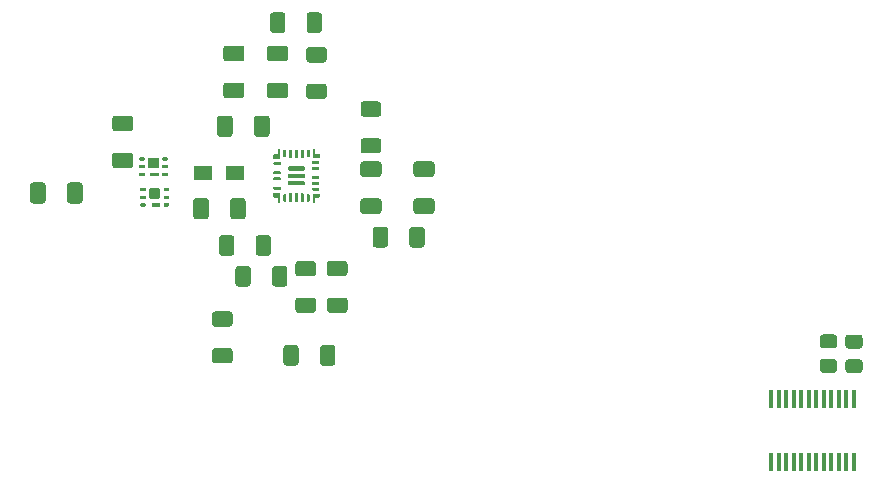
<source format=gbr>
%TF.GenerationSoftware,KiCad,Pcbnew,(5.1.9)-1*%
%TF.CreationDate,2021-03-22T02:41:59-07:00*%
%TF.ProjectId,CapstoneBoard,43617073-746f-46e6-9542-6f6172642e6b,3*%
%TF.SameCoordinates,PX4c4b400PY6bc3e40*%
%TF.FileFunction,Paste,Top*%
%TF.FilePolarity,Positive*%
%FSLAX46Y46*%
G04 Gerber Fmt 4.6, Leading zero omitted, Abs format (unit mm)*
G04 Created by KiCad (PCBNEW (5.1.9)-1) date 2021-03-22 02:41:59*
%MOMM*%
%LPD*%
G01*
G04 APERTURE LIST*
%ADD10R,0.410000X1.600000*%
%ADD11C,0.100000*%
%ADD12R,1.500000X1.200000*%
G04 APERTURE END LIST*
D10*
%TO.C,U2*%
X74800500Y14308300D03*
X74165500Y14308300D03*
X74800500Y8999700D03*
X74165500Y8999700D03*
X72895500Y14308300D03*
X73530500Y14308300D03*
X73530500Y8999700D03*
X72895500Y8999700D03*
X70355500Y8999700D03*
X70990500Y8999700D03*
X71625500Y8999700D03*
X72260500Y8999700D03*
X75435500Y8999700D03*
X76070500Y8999700D03*
X76705500Y8999700D03*
X77340500Y8999700D03*
X77340500Y14308300D03*
X76705500Y14308300D03*
X76070500Y14308300D03*
X75435500Y14308300D03*
X72260500Y14308300D03*
X71625500Y14308300D03*
X70990500Y14308300D03*
X70355500Y14308300D03*
%TD*%
%TO.C,U1*%
G36*
G01*
X28828000Y34153000D02*
X28253000Y34153000D01*
G75*
G02*
X28203000Y34203000I0J50000D01*
G01*
X28203000Y34353000D01*
G75*
G02*
X28253000Y34403000I50000J0D01*
G01*
X28828000Y34403000D01*
G75*
G02*
X28878000Y34353000I0J-50000D01*
G01*
X28878000Y34203000D01*
G75*
G02*
X28828000Y34153000I-50000J0D01*
G01*
G37*
G36*
G01*
X28765500Y33353000D02*
X28240500Y33353000D01*
G75*
G02*
X28190500Y33403000I0J50000D01*
G01*
X28190500Y33553000D01*
G75*
G02*
X28240500Y33603000I50000J0D01*
G01*
X28765500Y33603000D01*
G75*
G02*
X28815500Y33553000I0J-50000D01*
G01*
X28815500Y33403000D01*
G75*
G02*
X28765500Y33353000I-50000J0D01*
G01*
G37*
G36*
G01*
X31228000Y34828000D02*
X31078000Y34828000D01*
G75*
G02*
X31028000Y34878000I0J50000D01*
G01*
X31028000Y35378000D01*
G75*
G02*
X31078000Y35428000I50000J0D01*
G01*
X31228000Y35428000D01*
G75*
G02*
X31278000Y35378000I0J-50000D01*
G01*
X31278000Y34878000D01*
G75*
G02*
X31228000Y34828000I-50000J0D01*
G01*
G37*
G36*
G01*
X30728000Y34703000D02*
X30578000Y34703000D01*
G75*
G02*
X30528000Y34753000I0J50000D01*
G01*
X30528000Y35378000D01*
G75*
G02*
X30578000Y35428000I50000J0D01*
G01*
X30728000Y35428000D01*
G75*
G02*
X30778000Y35378000I0J-50000D01*
G01*
X30778000Y34753000D01*
G75*
G02*
X30728000Y34703000I-50000J0D01*
G01*
G37*
G36*
G01*
X28765500Y32853000D02*
X28240500Y32853000D01*
G75*
G02*
X28190500Y32903000I0J50000D01*
G01*
X28190500Y33053000D01*
G75*
G02*
X28240500Y33103000I50000J0D01*
G01*
X28765500Y33103000D01*
G75*
G02*
X28815500Y33053000I0J-50000D01*
G01*
X28815500Y32903000D01*
G75*
G02*
X28765500Y32853000I-50000J0D01*
G01*
G37*
G36*
G01*
X28828000Y32053000D02*
X28253000Y32053000D01*
G75*
G02*
X28203000Y32103000I0J50000D01*
G01*
X28203000Y32253000D01*
G75*
G02*
X28253000Y32303000I50000J0D01*
G01*
X28828000Y32303000D01*
G75*
G02*
X28878000Y32253000I0J-50000D01*
G01*
X28878000Y32103000D01*
G75*
G02*
X28828000Y32053000I-50000J0D01*
G01*
G37*
G36*
G01*
X30790500Y33040500D02*
X29515500Y33040500D01*
G75*
G02*
X29440500Y33115500I0J75000D01*
G01*
X29440500Y33340500D01*
G75*
G02*
X29515500Y33415500I75000J0D01*
G01*
X30790500Y33415500D01*
G75*
G02*
X30865500Y33340500I0J-75000D01*
G01*
X30865500Y33115500D01*
G75*
G02*
X30790500Y33040500I-75000J0D01*
G01*
G37*
G36*
G01*
X30790500Y32415500D02*
X29515500Y32415500D01*
G75*
G02*
X29440500Y32490500I0J75000D01*
G01*
X29440500Y32715500D01*
G75*
G02*
X29515500Y32790500I75000J0D01*
G01*
X30790500Y32790500D01*
G75*
G02*
X30865500Y32715500I0J-75000D01*
G01*
X30865500Y32490500D01*
G75*
G02*
X30790500Y32415500I-75000J0D01*
G01*
G37*
G36*
G01*
X30790500Y33665500D02*
X29515500Y33665500D01*
G75*
G02*
X29440500Y33740500I0J75000D01*
G01*
X29440500Y33965500D01*
G75*
G02*
X29515500Y34040500I75000J0D01*
G01*
X30790500Y34040500D01*
G75*
G02*
X30865500Y33965500I0J-75000D01*
G01*
X30865500Y33740500D01*
G75*
G02*
X30790500Y33665500I-75000J0D01*
G01*
G37*
G36*
G01*
X30228000Y34703000D02*
X30078000Y34703000D01*
G75*
G02*
X30028000Y34753000I0J50000D01*
G01*
X30028000Y35378000D01*
G75*
G02*
X30078000Y35428000I50000J0D01*
G01*
X30228000Y35428000D01*
G75*
G02*
X30278000Y35378000I0J-50000D01*
G01*
X30278000Y34753000D01*
G75*
G02*
X30228000Y34703000I-50000J0D01*
G01*
G37*
G36*
G01*
X29728000Y34703000D02*
X29578000Y34703000D01*
G75*
G02*
X29528000Y34753000I0J50000D01*
G01*
X29528000Y35378000D01*
G75*
G02*
X29578000Y35428000I50000J0D01*
G01*
X29728000Y35428000D01*
G75*
G02*
X29778000Y35378000I0J-50000D01*
G01*
X29778000Y34753000D01*
G75*
G02*
X29728000Y34703000I-50000J0D01*
G01*
G37*
G36*
G01*
X29228000Y34828000D02*
X29078000Y34828000D01*
G75*
G02*
X29028000Y34878000I0J50000D01*
G01*
X29028000Y35378000D01*
G75*
G02*
X29078000Y35428000I50000J0D01*
G01*
X29228000Y35428000D01*
G75*
G02*
X29278000Y35378000I0J-50000D01*
G01*
X29278000Y34878000D01*
G75*
G02*
X29228000Y34828000I-50000J0D01*
G01*
G37*
G36*
G01*
X29228000Y31053000D02*
X29078000Y31053000D01*
G75*
G02*
X29028000Y31103000I0J50000D01*
G01*
X29028000Y31603000D01*
G75*
G02*
X29078000Y31653000I50000J0D01*
G01*
X29228000Y31653000D01*
G75*
G02*
X29278000Y31603000I0J-50000D01*
G01*
X29278000Y31103000D01*
G75*
G02*
X29228000Y31053000I-50000J0D01*
G01*
G37*
G36*
G01*
X29728000Y31028000D02*
X29578000Y31028000D01*
G75*
G02*
X29528000Y31078000I0J50000D01*
G01*
X29528000Y31703000D01*
G75*
G02*
X29578000Y31753000I50000J0D01*
G01*
X29728000Y31753000D01*
G75*
G02*
X29778000Y31703000I0J-50000D01*
G01*
X29778000Y31078000D01*
G75*
G02*
X29728000Y31028000I-50000J0D01*
G01*
G37*
G36*
G01*
X30228000Y31028000D02*
X30078000Y31028000D01*
G75*
G02*
X30028000Y31078000I0J50000D01*
G01*
X30028000Y31703000D01*
G75*
G02*
X30078000Y31753000I50000J0D01*
G01*
X30228000Y31753000D01*
G75*
G02*
X30278000Y31703000I0J-50000D01*
G01*
X30278000Y31078000D01*
G75*
G02*
X30228000Y31028000I-50000J0D01*
G01*
G37*
G36*
G01*
X30728000Y31028000D02*
X30578000Y31028000D01*
G75*
G02*
X30528000Y31078000I0J50000D01*
G01*
X30528000Y31703000D01*
G75*
G02*
X30578000Y31753000I50000J0D01*
G01*
X30728000Y31753000D01*
G75*
G02*
X30778000Y31703000I0J-50000D01*
G01*
X30778000Y31078000D01*
G75*
G02*
X30728000Y31028000I-50000J0D01*
G01*
G37*
G36*
G01*
X31228000Y31053000D02*
X31078000Y31053000D01*
G75*
G02*
X31028000Y31103000I0J50000D01*
G01*
X31028000Y31603000D01*
G75*
G02*
X31078000Y31653000I50000J0D01*
G01*
X31228000Y31653000D01*
G75*
G02*
X31278000Y31603000I0J-50000D01*
G01*
X31278000Y31103000D01*
G75*
G02*
X31228000Y31053000I-50000J0D01*
G01*
G37*
G36*
G01*
X32053000Y32978000D02*
X31528000Y32978000D01*
G75*
G02*
X31478000Y33028000I0J50000D01*
G01*
X31478000Y33178000D01*
G75*
G02*
X31528000Y33228000I50000J0D01*
G01*
X32053000Y33228000D01*
G75*
G02*
X32103000Y33178000I0J-50000D01*
G01*
X32103000Y33028000D01*
G75*
G02*
X32053000Y32978000I-50000J0D01*
G01*
G37*
G36*
G01*
X32053000Y32478000D02*
X31528000Y32478000D01*
G75*
G02*
X31478000Y32528000I0J50000D01*
G01*
X31478000Y32678000D01*
G75*
G02*
X31528000Y32728000I50000J0D01*
G01*
X32053000Y32728000D01*
G75*
G02*
X32103000Y32678000I0J-50000D01*
G01*
X32103000Y32528000D01*
G75*
G02*
X32053000Y32478000I-50000J0D01*
G01*
G37*
G36*
G01*
X32053000Y31978000D02*
X31528000Y31978000D01*
G75*
G02*
X31478000Y32028000I0J50000D01*
G01*
X31478000Y32178000D01*
G75*
G02*
X31528000Y32228000I50000J0D01*
G01*
X32053000Y32228000D01*
G75*
G02*
X32103000Y32178000I0J-50000D01*
G01*
X32103000Y32028000D01*
G75*
G02*
X32053000Y31978000I-50000J0D01*
G01*
G37*
G36*
G01*
X32053000Y33728000D02*
X31528000Y33728000D01*
G75*
G02*
X31478000Y33778000I0J50000D01*
G01*
X31478000Y33928000D01*
G75*
G02*
X31528000Y33978000I50000J0D01*
G01*
X32053000Y33978000D01*
G75*
G02*
X32103000Y33928000I0J-50000D01*
G01*
X32103000Y33778000D01*
G75*
G02*
X32053000Y33728000I-50000J0D01*
G01*
G37*
G36*
G01*
X32053000Y34228000D02*
X31528000Y34228000D01*
G75*
G02*
X31478000Y34278000I0J50000D01*
G01*
X31478000Y34428000D01*
G75*
G02*
X31528000Y34478000I50000J0D01*
G01*
X32053000Y34478000D01*
G75*
G02*
X32103000Y34428000I0J-50000D01*
G01*
X32103000Y34278000D01*
G75*
G02*
X32053000Y34228000I-50000J0D01*
G01*
G37*
D11*
G36*
X28198007Y31753180D02*
G01*
X28198007Y31753244D01*
X28198246Y31758123D01*
X28198249Y31758193D01*
X28198280Y31758469D01*
X28198294Y31758608D01*
X28198303Y31758669D01*
X28198304Y31758678D01*
X28198305Y31758683D01*
X28199006Y31763440D01*
X28199017Y31763510D01*
X28199073Y31763774D01*
X28199102Y31763921D01*
X28199115Y31763975D01*
X28199118Y31763987D01*
X28199120Y31763994D01*
X28200280Y31768645D01*
X28200283Y31768660D01*
X28200286Y31768672D01*
X28200300Y31768729D01*
X28200371Y31768952D01*
X28200424Y31769128D01*
X28202063Y31773730D01*
X28202086Y31773796D01*
X28202179Y31774012D01*
X28202249Y31774182D01*
X28204329Y31778602D01*
X28204359Y31778665D01*
X28204465Y31778858D01*
X28204558Y31779033D01*
X28207059Y31783229D01*
X28207095Y31783289D01*
X28207233Y31783490D01*
X28207330Y31783636D01*
X28210228Y31787568D01*
X28210270Y31787624D01*
X28210430Y31787815D01*
X28210538Y31787947D01*
X28213807Y31791577D01*
X28213853Y31791629D01*
X28214011Y31791783D01*
X28214150Y31791923D01*
X28217757Y31795217D01*
X28217809Y31795264D01*
X28217985Y31795405D01*
X28218134Y31795529D01*
X28222046Y31798455D01*
X28222102Y31798497D01*
X28222304Y31798629D01*
X28222450Y31798727D01*
X28226628Y31801259D01*
X28226688Y31801295D01*
X28226908Y31801410D01*
X28227058Y31801491D01*
X28231463Y31803602D01*
X28231527Y31803632D01*
X28231757Y31803725D01*
X28231914Y31803791D01*
X28236505Y31805463D01*
X28236571Y31805487D01*
X28236807Y31805556D01*
X28236971Y31805607D01*
X28241703Y31806822D01*
X28241771Y31806839D01*
X28241931Y31806869D01*
X28242181Y31806920D01*
X28247009Y31807667D01*
X28247078Y31807678D01*
X28247293Y31807697D01*
X28247495Y31807718D01*
X28252372Y31807991D01*
X28252442Y31807995D01*
X28252543Y31807994D01*
X28252637Y31807999D01*
X28252986Y31808000D01*
X28728070Y31808000D01*
X28728158Y31807994D01*
X28728244Y31807994D01*
X28733124Y31807755D01*
X28733194Y31807752D01*
X28733464Y31807721D01*
X28733609Y31807707D01*
X28738442Y31806994D01*
X28738511Y31806984D01*
X28738751Y31806933D01*
X28738922Y31806899D01*
X28743662Y31805717D01*
X28743730Y31805700D01*
X28743961Y31805627D01*
X28744130Y31805576D01*
X28748732Y31803937D01*
X28748797Y31803914D01*
X28749021Y31803818D01*
X28749183Y31803751D01*
X28753603Y31801671D01*
X28753666Y31801641D01*
X28753863Y31801533D01*
X28754034Y31801442D01*
X28758230Y31798941D01*
X28758290Y31798905D01*
X28758483Y31798773D01*
X28758638Y31798670D01*
X28762569Y31795771D01*
X28762625Y31795730D01*
X28762843Y31795547D01*
X28762946Y31795463D01*
X28762987Y31795426D01*
X28762999Y31795416D01*
X28763005Y31795410D01*
X28766577Y31792195D01*
X28766629Y31792149D01*
X28766800Y31791974D01*
X28766925Y31791850D01*
X28770219Y31788242D01*
X28770266Y31788191D01*
X28770421Y31787997D01*
X28770530Y31787866D01*
X28773456Y31783955D01*
X28773497Y31783899D01*
X28773610Y31783726D01*
X28773729Y31783549D01*
X28776259Y31779370D01*
X28776295Y31779311D01*
X28776398Y31779113D01*
X28776491Y31778942D01*
X28778602Y31774537D01*
X28778632Y31774474D01*
X28778728Y31774236D01*
X28778791Y31774086D01*
X28778812Y31774030D01*
X28778815Y31774021D01*
X28778816Y31774016D01*
X28780459Y31769502D01*
X28780462Y31769496D01*
X28780464Y31769489D01*
X28780486Y31769429D01*
X28780546Y31769224D01*
X28780607Y31769029D01*
X28781822Y31764298D01*
X28781839Y31764230D01*
X28781882Y31764005D01*
X28781920Y31763818D01*
X28782666Y31758995D01*
X28782667Y31758992D01*
X28782667Y31758989D01*
X28782678Y31758921D01*
X28782700Y31758675D01*
X28782718Y31758506D01*
X28782991Y31753628D01*
X28782995Y31753559D01*
X28782994Y31753457D01*
X28782999Y31753363D01*
X28783000Y31753014D01*
X28783000Y31015430D01*
X28782994Y31015336D01*
X28782994Y31015256D01*
X28782755Y31010376D01*
X28782752Y31010306D01*
X28782721Y31010036D01*
X28782707Y31009891D01*
X28782698Y31009827D01*
X28782697Y31009822D01*
X28782696Y31009819D01*
X28781994Y31005060D01*
X28781994Y31005057D01*
X28781993Y31005054D01*
X28781984Y31004989D01*
X28781929Y31004729D01*
X28781899Y31004578D01*
X28781886Y31004524D01*
X28781883Y31004512D01*
X28781881Y31004505D01*
X28780717Y30999838D01*
X28780700Y30999770D01*
X28780626Y30999535D01*
X28780576Y30999370D01*
X28778937Y30994768D01*
X28778914Y30994703D01*
X28778815Y30994473D01*
X28778751Y30994317D01*
X28776671Y30989897D01*
X28776641Y30989834D01*
X28776521Y30989615D01*
X28776442Y30989466D01*
X28773941Y30985270D01*
X28773905Y30985210D01*
X28773764Y30985004D01*
X28773670Y30984862D01*
X28770771Y30980931D01*
X28770730Y30980875D01*
X28770547Y30980657D01*
X28770463Y30980554D01*
X28770426Y30980513D01*
X28770416Y30980501D01*
X28770410Y30980495D01*
X28767195Y30976923D01*
X28767149Y30976871D01*
X28766956Y30976682D01*
X28766850Y30976575D01*
X28763242Y30973281D01*
X28763191Y30973234D01*
X28762988Y30973071D01*
X28762866Y30972970D01*
X28758955Y30970044D01*
X28758899Y30970003D01*
X28758693Y30969868D01*
X28758549Y30969771D01*
X28754371Y30967242D01*
X28754369Y30967240D01*
X28754311Y30967205D01*
X28754113Y30967102D01*
X28753942Y30967009D01*
X28749537Y30964898D01*
X28749474Y30964868D01*
X28749236Y30964772D01*
X28749086Y30964709D01*
X28744495Y30963038D01*
X28744494Y30963038D01*
X28744489Y30963036D01*
X28744429Y30963014D01*
X28744195Y30962945D01*
X28744029Y30962893D01*
X28739298Y30961678D01*
X28739230Y30961661D01*
X28738988Y30961615D01*
X28738818Y30961580D01*
X28733991Y30960833D01*
X28733921Y30960822D01*
X28733667Y30960799D01*
X28733506Y30960782D01*
X28728628Y30960509D01*
X28728559Y30960505D01*
X28728457Y30960506D01*
X28728363Y30960501D01*
X28728014Y30960500D01*
X28602930Y30960500D01*
X28602836Y30960506D01*
X28602755Y30960506D01*
X28597876Y30960745D01*
X28597806Y30960748D01*
X28597530Y30960779D01*
X28597391Y30960793D01*
X28592559Y30961505D01*
X28592489Y30961516D01*
X28592225Y30961572D01*
X28592078Y30961601D01*
X28587338Y30962783D01*
X28587270Y30962799D01*
X28586970Y30962894D01*
X28586870Y30962924D01*
X28582269Y30964563D01*
X28582203Y30964586D01*
X28581976Y30964683D01*
X28581817Y30964749D01*
X28577397Y30966829D01*
X28577334Y30966859D01*
X28577127Y30966973D01*
X28576966Y30967058D01*
X28572770Y30969559D01*
X28572710Y30969595D01*
X28572517Y30969727D01*
X28572362Y30969830D01*
X28568432Y30972729D01*
X28568375Y30972770D01*
X28568166Y30972946D01*
X28568054Y30973037D01*
X28564423Y30976305D01*
X28564371Y30976351D01*
X28564198Y30976528D01*
X28564075Y30976650D01*
X28560782Y30980257D01*
X28560735Y30980309D01*
X28560599Y30980478D01*
X28560470Y30980634D01*
X28557545Y30984544D01*
X28557503Y30984600D01*
X28557362Y30984816D01*
X28557271Y30984951D01*
X28554741Y30989129D01*
X28554705Y30989189D01*
X28554602Y30989387D01*
X28554509Y30989558D01*
X28552398Y30993963D01*
X28552368Y30994027D01*
X28552270Y30994269D01*
X28552209Y30994414D01*
X28552188Y30994471D01*
X28552185Y30994479D01*
X28552184Y30994484D01*
X28550537Y30999005D01*
X28550513Y30999071D01*
X28550441Y30999317D01*
X28550393Y30999471D01*
X28549178Y31004203D01*
X28549161Y31004271D01*
X28549122Y31004474D01*
X28549080Y31004681D01*
X28548333Y31009509D01*
X28548322Y31009578D01*
X28548298Y31009839D01*
X28548282Y31009995D01*
X28548278Y31010060D01*
X28548278Y31010066D01*
X28548009Y31014872D01*
X28548005Y31014942D01*
X28548006Y31015043D01*
X28548001Y31015137D01*
X28548000Y31015486D01*
X28548000Y31398000D01*
X28252930Y31398000D01*
X28252836Y31398006D01*
X28252757Y31398006D01*
X28247878Y31398245D01*
X28247808Y31398248D01*
X28247495Y31398283D01*
X28247393Y31398293D01*
X28242561Y31399005D01*
X28242491Y31399016D01*
X28242227Y31399072D01*
X28242080Y31399101D01*
X28237356Y31400279D01*
X28237341Y31400282D01*
X28237329Y31400285D01*
X28237272Y31400299D01*
X28237039Y31400373D01*
X28236873Y31400423D01*
X28232271Y31402062D01*
X28232205Y31402085D01*
X28231979Y31402182D01*
X28231819Y31402248D01*
X28227399Y31404328D01*
X28227336Y31404358D01*
X28227121Y31404476D01*
X28226967Y31404558D01*
X28222772Y31407059D01*
X28222711Y31407095D01*
X28222469Y31407261D01*
X28222366Y31407329D01*
X28218433Y31410227D01*
X28218377Y31410269D01*
X28218190Y31410426D01*
X28218055Y31410536D01*
X28214423Y31413805D01*
X28214371Y31413852D01*
X28214198Y31414029D01*
X28214077Y31414149D01*
X28210783Y31417756D01*
X28210736Y31417808D01*
X28210584Y31417997D01*
X28210471Y31418133D01*
X28207545Y31422045D01*
X28207503Y31422101D01*
X28207362Y31422316D01*
X28207273Y31422449D01*
X28204741Y31426627D01*
X28204705Y31426687D01*
X28204581Y31426924D01*
X28204509Y31427058D01*
X28204483Y31427113D01*
X28204479Y31427120D01*
X28204477Y31427124D01*
X28202402Y31431455D01*
X28202398Y31431463D01*
X28202395Y31431470D01*
X28202367Y31431527D01*
X28202268Y31431773D01*
X28202209Y31431914D01*
X28200538Y31436504D01*
X28200514Y31436570D01*
X28200448Y31436795D01*
X28200393Y31436971D01*
X28199178Y31441702D01*
X28199161Y31441770D01*
X28199118Y31441996D01*
X28199080Y31442181D01*
X28198333Y31447008D01*
X28198322Y31447077D01*
X28198298Y31447338D01*
X28198282Y31447494D01*
X28198278Y31447559D01*
X28198278Y31447565D01*
X28198009Y31452372D01*
X28198005Y31452442D01*
X28198006Y31452543D01*
X28198001Y31452637D01*
X28198000Y31452986D01*
X28198000Y31753070D01*
X28198007Y31753180D01*
G37*
G36*
X31523006Y35440664D02*
G01*
X31523006Y35440745D01*
X31523245Y35445624D01*
X31523248Y35445694D01*
X31523279Y35445970D01*
X31523293Y35446109D01*
X31523302Y35446170D01*
X31523303Y35446179D01*
X31523304Y35446184D01*
X31524005Y35450941D01*
X31524016Y35451011D01*
X31524072Y35451275D01*
X31524101Y35451422D01*
X31524114Y35451476D01*
X31524117Y35451488D01*
X31524119Y35451495D01*
X31525283Y35456162D01*
X31525299Y35456230D01*
X31525383Y35456494D01*
X31525424Y35456630D01*
X31527063Y35461231D01*
X31527086Y35461297D01*
X31527183Y35461524D01*
X31527249Y35461683D01*
X31529329Y35466103D01*
X31529359Y35466166D01*
X31529465Y35466359D01*
X31529558Y35466534D01*
X31532059Y35470730D01*
X31532095Y35470790D01*
X31532209Y35470956D01*
X31532330Y35471138D01*
X31535229Y35475068D01*
X31535270Y35475125D01*
X31535429Y35475314D01*
X31535537Y35475446D01*
X31538805Y35479077D01*
X31538851Y35479129D01*
X31539011Y35479285D01*
X31539150Y35479425D01*
X31542757Y35482718D01*
X31542809Y35482765D01*
X31542971Y35482895D01*
X31543134Y35483030D01*
X31547044Y35485955D01*
X31547100Y35485997D01*
X31547305Y35486131D01*
X31547451Y35486229D01*
X31551629Y35488759D01*
X31551689Y35488795D01*
X31551887Y35488898D01*
X31552058Y35488991D01*
X31556463Y35491102D01*
X31556527Y35491132D01*
X31556754Y35491224D01*
X31556914Y35491291D01*
X31561505Y35492963D01*
X31561571Y35492987D01*
X31561805Y35493055D01*
X31561971Y35493107D01*
X31566703Y35494322D01*
X31566771Y35494339D01*
X31566931Y35494369D01*
X31567181Y35494420D01*
X31572009Y35495167D01*
X31572078Y35495178D01*
X31572291Y35495197D01*
X31572495Y35495218D01*
X31577372Y35495491D01*
X31577442Y35495495D01*
X31577543Y35495494D01*
X31577637Y35495499D01*
X31577986Y35495500D01*
X31703070Y35495500D01*
X31703158Y35495494D01*
X31703244Y35495494D01*
X31708124Y35495255D01*
X31708194Y35495252D01*
X31708464Y35495221D01*
X31708609Y35495207D01*
X31713442Y35494494D01*
X31713511Y35494484D01*
X31713761Y35494431D01*
X31713922Y35494399D01*
X31718662Y35493217D01*
X31718730Y35493200D01*
X31718965Y35493126D01*
X31719130Y35493076D01*
X31723732Y35491437D01*
X31723797Y35491414D01*
X31724024Y35491317D01*
X31724183Y35491251D01*
X31728603Y35489171D01*
X31728666Y35489141D01*
X31728873Y35489027D01*
X31729034Y35488942D01*
X31733230Y35486441D01*
X31733290Y35486405D01*
X31733483Y35486273D01*
X31733638Y35486170D01*
X31737569Y35483271D01*
X31737625Y35483230D01*
X31737843Y35483047D01*
X31737946Y35482963D01*
X31737987Y35482926D01*
X31737999Y35482916D01*
X31738005Y35482910D01*
X31741577Y35479695D01*
X31741629Y35479649D01*
X31741802Y35479472D01*
X31741925Y35479350D01*
X31745219Y35475742D01*
X31745266Y35475691D01*
X31745421Y35475497D01*
X31745530Y35475366D01*
X31748456Y35471455D01*
X31748497Y35471399D01*
X31748610Y35471226D01*
X31748729Y35471049D01*
X31751259Y35466870D01*
X31751295Y35466811D01*
X31751398Y35466613D01*
X31751491Y35466442D01*
X31753602Y35462037D01*
X31753632Y35461974D01*
X31753728Y35461736D01*
X31753791Y35461586D01*
X31753812Y35461530D01*
X31753815Y35461521D01*
X31753816Y35461516D01*
X31755459Y35457002D01*
X31755462Y35456996D01*
X31755464Y35456989D01*
X31755486Y35456929D01*
X31755546Y35456724D01*
X31755607Y35456529D01*
X31756822Y35451798D01*
X31756839Y35451730D01*
X31756882Y35451505D01*
X31756920Y35451318D01*
X31757666Y35446495D01*
X31757667Y35446492D01*
X31757667Y35446489D01*
X31757678Y35446421D01*
X31757700Y35446175D01*
X31757718Y35446006D01*
X31757991Y35441128D01*
X31757995Y35441059D01*
X31757994Y35440957D01*
X31757999Y35440863D01*
X31758000Y35440514D01*
X31758000Y35083000D01*
X32053090Y35083000D01*
X32053169Y35082995D01*
X32053263Y35082995D01*
X32058143Y35082756D01*
X32058213Y35082753D01*
X32058483Y35082722D01*
X32058628Y35082708D01*
X32063461Y35081995D01*
X32063530Y35081985D01*
X32063771Y35081934D01*
X32063941Y35081900D01*
X32068681Y35080718D01*
X32068749Y35080701D01*
X32068981Y35080628D01*
X32069149Y35080577D01*
X32073751Y35078938D01*
X32073816Y35078915D01*
X32074041Y35078818D01*
X32074202Y35078752D01*
X32078622Y35076672D01*
X32078685Y35076642D01*
X32078881Y35076534D01*
X32079053Y35076443D01*
X32083249Y35073942D01*
X32083309Y35073906D01*
X32083504Y35073772D01*
X32083656Y35073671D01*
X32087588Y35070772D01*
X32087644Y35070731D01*
X32087802Y35070598D01*
X32087967Y35070463D01*
X32091597Y35067194D01*
X32091649Y35067148D01*
X32091818Y35066975D01*
X32091943Y35066851D01*
X32095237Y35063244D01*
X32095284Y35063192D01*
X32095420Y35063023D01*
X32095548Y35062868D01*
X32098466Y35058968D01*
X32098476Y35058955D01*
X32098485Y35058942D01*
X32098517Y35058899D01*
X32098625Y35058734D01*
X32098749Y35058550D01*
X32101279Y35054372D01*
X32101315Y35054312D01*
X32101418Y35054114D01*
X32101511Y35053943D01*
X32103618Y35049545D01*
X32103626Y35049529D01*
X32103652Y35049473D01*
X32103735Y35049267D01*
X32103811Y35049087D01*
X32105482Y35044496D01*
X32105506Y35044431D01*
X32105575Y35044196D01*
X32105627Y35044029D01*
X32106842Y35039297D01*
X32106859Y35039230D01*
X32106901Y35039011D01*
X32106940Y35038818D01*
X32107686Y35033996D01*
X32107687Y35033993D01*
X32107687Y35033990D01*
X32107698Y35033922D01*
X32107720Y35033676D01*
X32107738Y35033507D01*
X32108011Y35028628D01*
X32108015Y35028558D01*
X32108014Y35028457D01*
X32108019Y35028363D01*
X32108020Y35028014D01*
X32108020Y34777930D01*
X32108013Y34777820D01*
X32108013Y34777757D01*
X32107774Y34772877D01*
X32107771Y34772807D01*
X32107740Y34772537D01*
X32107726Y34772392D01*
X32107717Y34772328D01*
X32107716Y34772323D01*
X32107715Y34772320D01*
X32107013Y34767561D01*
X32107013Y34767558D01*
X32107012Y34767555D01*
X32107003Y34767490D01*
X32106948Y34767230D01*
X32106918Y34767079D01*
X32106905Y34767025D01*
X32106902Y34767013D01*
X32106900Y34767006D01*
X32105740Y34762355D01*
X32105737Y34762340D01*
X32105733Y34762326D01*
X32105719Y34762271D01*
X32105656Y34762072D01*
X32105596Y34761873D01*
X32103958Y34757270D01*
X32103934Y34757204D01*
X32103824Y34756947D01*
X32103771Y34756818D01*
X32101691Y34752398D01*
X32101661Y34752335D01*
X32101541Y34752116D01*
X32101462Y34751967D01*
X32098961Y34747771D01*
X32098925Y34747711D01*
X32098783Y34747503D01*
X32098690Y34747364D01*
X32095791Y34743432D01*
X32095750Y34743376D01*
X32095578Y34743171D01*
X32095482Y34743053D01*
X32092213Y34739423D01*
X32092167Y34739371D01*
X32091976Y34739184D01*
X32091870Y34739077D01*
X32088263Y34735783D01*
X32088211Y34735736D01*
X32088036Y34735595D01*
X32087886Y34735471D01*
X32083974Y34732545D01*
X32083918Y34732503D01*
X32083703Y34732362D01*
X32083570Y34732273D01*
X32079392Y34729742D01*
X32079332Y34729705D01*
X32079107Y34729587D01*
X32078962Y34729509D01*
X32074557Y34727398D01*
X32074494Y34727368D01*
X32074256Y34727272D01*
X32074106Y34727209D01*
X32069515Y34725538D01*
X32069449Y34725514D01*
X32069244Y34725454D01*
X32069049Y34725393D01*
X32064318Y34724178D01*
X32064250Y34724161D01*
X32064007Y34724115D01*
X32063838Y34724080D01*
X32059011Y34723333D01*
X32058941Y34723322D01*
X32058686Y34723299D01*
X32058526Y34723282D01*
X32053648Y34723009D01*
X32053579Y34723005D01*
X32053477Y34723006D01*
X32053383Y34723001D01*
X32053034Y34723000D01*
X31577930Y34723000D01*
X31577836Y34723006D01*
X31577755Y34723006D01*
X31572876Y34723245D01*
X31572806Y34723248D01*
X31572495Y34723283D01*
X31572391Y34723293D01*
X31567559Y34724005D01*
X31567489Y34724016D01*
X31567181Y34724081D01*
X31567078Y34724101D01*
X31562338Y34725283D01*
X31562270Y34725299D01*
X31561996Y34725386D01*
X31561870Y34725424D01*
X31557269Y34727063D01*
X31557203Y34727086D01*
X31556976Y34727183D01*
X31556817Y34727249D01*
X31552397Y34729329D01*
X31552334Y34729359D01*
X31552122Y34729475D01*
X31551966Y34729558D01*
X31547770Y34732059D01*
X31547710Y34732095D01*
X31547515Y34732229D01*
X31547362Y34732330D01*
X31543432Y34735229D01*
X31543375Y34735270D01*
X31543166Y34735446D01*
X31543054Y34735537D01*
X31539423Y34738805D01*
X31539371Y34738851D01*
X31539198Y34739028D01*
X31539075Y34739150D01*
X31535782Y34742757D01*
X31535735Y34742809D01*
X31535599Y34742978D01*
X31535470Y34743134D01*
X31532545Y34747044D01*
X31532503Y34747100D01*
X31532362Y34747316D01*
X31532271Y34747451D01*
X31529741Y34751629D01*
X31529705Y34751689D01*
X31529602Y34751887D01*
X31529509Y34752058D01*
X31527398Y34756463D01*
X31527368Y34756527D01*
X31527270Y34756769D01*
X31527209Y34756914D01*
X31527188Y34756971D01*
X31527185Y34756979D01*
X31527184Y34756984D01*
X31525537Y34761505D01*
X31525513Y34761571D01*
X31525441Y34761817D01*
X31525393Y34761971D01*
X31524178Y34766703D01*
X31524161Y34766771D01*
X31524122Y34766974D01*
X31524080Y34767181D01*
X31523333Y34772009D01*
X31523322Y34772078D01*
X31523298Y34772339D01*
X31523282Y34772495D01*
X31523278Y34772560D01*
X31523278Y34772566D01*
X31523009Y34777372D01*
X31523005Y34777442D01*
X31523006Y34777543D01*
X31523001Y34777637D01*
X31523000Y34777986D01*
X31523000Y35440570D01*
X31523006Y35440664D01*
G37*
G36*
X31523006Y31678164D02*
G01*
X31523006Y31678245D01*
X31523245Y31683124D01*
X31523248Y31683194D01*
X31523279Y31683470D01*
X31523293Y31683609D01*
X31523302Y31683670D01*
X31523303Y31683679D01*
X31523304Y31683684D01*
X31524005Y31688441D01*
X31524016Y31688511D01*
X31524072Y31688775D01*
X31524101Y31688922D01*
X31524114Y31688976D01*
X31524117Y31688988D01*
X31524119Y31688995D01*
X31525283Y31693662D01*
X31525299Y31693730D01*
X31525383Y31693994D01*
X31525424Y31694130D01*
X31527063Y31698731D01*
X31527086Y31698797D01*
X31527183Y31699024D01*
X31527249Y31699183D01*
X31529329Y31703603D01*
X31529359Y31703666D01*
X31529465Y31703859D01*
X31529558Y31704034D01*
X31532059Y31708230D01*
X31532095Y31708290D01*
X31532209Y31708456D01*
X31532330Y31708638D01*
X31535229Y31712568D01*
X31535270Y31712625D01*
X31535429Y31712814D01*
X31535537Y31712946D01*
X31538805Y31716577D01*
X31538851Y31716629D01*
X31539011Y31716785D01*
X31539150Y31716925D01*
X31542757Y31720218D01*
X31542809Y31720265D01*
X31542971Y31720395D01*
X31543134Y31720530D01*
X31547044Y31723455D01*
X31547100Y31723497D01*
X31547305Y31723631D01*
X31547451Y31723729D01*
X31551629Y31726259D01*
X31551689Y31726295D01*
X31551887Y31726398D01*
X31552058Y31726491D01*
X31556463Y31728602D01*
X31556527Y31728632D01*
X31556754Y31728724D01*
X31556914Y31728791D01*
X31561505Y31730463D01*
X31561571Y31730487D01*
X31561805Y31730555D01*
X31561971Y31730607D01*
X31566703Y31731822D01*
X31566771Y31731839D01*
X31566931Y31731869D01*
X31567181Y31731920D01*
X31572009Y31732667D01*
X31572078Y31732678D01*
X31572291Y31732697D01*
X31572495Y31732718D01*
X31577372Y31732991D01*
X31577442Y31732995D01*
X31577543Y31732994D01*
X31577637Y31732999D01*
X31577986Y31733000D01*
X32053090Y31733000D01*
X32053169Y31732995D01*
X32053263Y31732995D01*
X32058143Y31732756D01*
X32058213Y31732753D01*
X32058483Y31732722D01*
X32058628Y31732708D01*
X32063461Y31731995D01*
X32063530Y31731985D01*
X32063771Y31731934D01*
X32063941Y31731900D01*
X32068681Y31730718D01*
X32068749Y31730701D01*
X32068981Y31730628D01*
X32069149Y31730577D01*
X32073751Y31728938D01*
X32073816Y31728915D01*
X32074041Y31728818D01*
X32074202Y31728752D01*
X32078622Y31726672D01*
X32078685Y31726642D01*
X32078881Y31726534D01*
X32079053Y31726443D01*
X32083249Y31723942D01*
X32083309Y31723906D01*
X32083504Y31723772D01*
X32083656Y31723671D01*
X32087588Y31720772D01*
X32087644Y31720731D01*
X32087802Y31720598D01*
X32087967Y31720463D01*
X32091597Y31717194D01*
X32091649Y31717148D01*
X32091818Y31716975D01*
X32091943Y31716851D01*
X32095237Y31713244D01*
X32095284Y31713192D01*
X32095420Y31713023D01*
X32095548Y31712868D01*
X32098466Y31708968D01*
X32098476Y31708955D01*
X32098485Y31708942D01*
X32098517Y31708899D01*
X32098625Y31708734D01*
X32098749Y31708550D01*
X32101279Y31704372D01*
X32101315Y31704312D01*
X32101418Y31704114D01*
X32101511Y31703943D01*
X32103618Y31699545D01*
X32103626Y31699529D01*
X32103652Y31699473D01*
X32103735Y31699267D01*
X32103811Y31699087D01*
X32105482Y31694496D01*
X32105506Y31694431D01*
X32105575Y31694196D01*
X32105627Y31694029D01*
X32106842Y31689297D01*
X32106859Y31689230D01*
X32106901Y31689011D01*
X32106940Y31688818D01*
X32107686Y31683996D01*
X32107687Y31683993D01*
X32107687Y31683990D01*
X32107698Y31683922D01*
X32107720Y31683676D01*
X32107738Y31683507D01*
X32108011Y31678628D01*
X32108015Y31678558D01*
X32108014Y31678457D01*
X32108019Y31678363D01*
X32108020Y31678014D01*
X32108020Y31427930D01*
X32108013Y31427820D01*
X32108013Y31427757D01*
X32107774Y31422877D01*
X32107771Y31422807D01*
X32107740Y31422537D01*
X32107726Y31422392D01*
X32107717Y31422328D01*
X32107716Y31422323D01*
X32107715Y31422320D01*
X32107013Y31417561D01*
X32107013Y31417558D01*
X32107012Y31417555D01*
X32107003Y31417490D01*
X32106948Y31417230D01*
X32106918Y31417079D01*
X32106905Y31417025D01*
X32106902Y31417013D01*
X32106900Y31417006D01*
X32105740Y31412355D01*
X32105737Y31412340D01*
X32105733Y31412326D01*
X32105719Y31412271D01*
X32105656Y31412072D01*
X32105596Y31411873D01*
X32103958Y31407270D01*
X32103934Y31407204D01*
X32103824Y31406947D01*
X32103771Y31406818D01*
X32101691Y31402398D01*
X32101661Y31402335D01*
X32101541Y31402116D01*
X32101462Y31401967D01*
X32098961Y31397771D01*
X32098925Y31397711D01*
X32098783Y31397503D01*
X32098690Y31397364D01*
X32095791Y31393432D01*
X32095750Y31393376D01*
X32095578Y31393171D01*
X32095482Y31393053D01*
X32092213Y31389423D01*
X32092167Y31389371D01*
X32091976Y31389184D01*
X32091870Y31389077D01*
X32088263Y31385783D01*
X32088211Y31385736D01*
X32088036Y31385595D01*
X32087886Y31385471D01*
X32083974Y31382545D01*
X32083918Y31382503D01*
X32083678Y31382346D01*
X32083570Y31382273D01*
X32079392Y31379742D01*
X32079332Y31379705D01*
X32079107Y31379587D01*
X32078962Y31379509D01*
X32074557Y31377398D01*
X32074494Y31377368D01*
X32074256Y31377272D01*
X32074106Y31377209D01*
X32069515Y31375538D01*
X32069449Y31375514D01*
X32069244Y31375454D01*
X32069049Y31375393D01*
X32064318Y31374178D01*
X32064250Y31374161D01*
X32064007Y31374115D01*
X32063838Y31374080D01*
X32059011Y31373333D01*
X32058941Y31373322D01*
X32058686Y31373299D01*
X32058526Y31373282D01*
X32053648Y31373009D01*
X32053579Y31373005D01*
X32053477Y31373006D01*
X32053383Y31373001D01*
X32053034Y31373000D01*
X31758000Y31373000D01*
X31758000Y31015430D01*
X31757994Y31015336D01*
X31757994Y31015256D01*
X31757755Y31010376D01*
X31757752Y31010306D01*
X31757721Y31010036D01*
X31757707Y31009891D01*
X31757698Y31009827D01*
X31757697Y31009822D01*
X31757696Y31009819D01*
X31756994Y31005060D01*
X31756994Y31005057D01*
X31756993Y31005054D01*
X31756984Y31004989D01*
X31756929Y31004729D01*
X31756899Y31004578D01*
X31756886Y31004524D01*
X31756883Y31004512D01*
X31756881Y31004505D01*
X31755717Y30999838D01*
X31755700Y30999770D01*
X31755626Y30999535D01*
X31755576Y30999370D01*
X31753937Y30994768D01*
X31753914Y30994703D01*
X31753817Y30994476D01*
X31753751Y30994317D01*
X31751671Y30989897D01*
X31751641Y30989834D01*
X31751521Y30989615D01*
X31751442Y30989466D01*
X31748941Y30985270D01*
X31748905Y30985210D01*
X31748769Y30985011D01*
X31748670Y30984862D01*
X31745771Y30980931D01*
X31745730Y30980875D01*
X31745547Y30980657D01*
X31745463Y30980554D01*
X31745426Y30980513D01*
X31745416Y30980501D01*
X31745410Y30980495D01*
X31742195Y30976923D01*
X31742149Y30976871D01*
X31741956Y30976682D01*
X31741850Y30976575D01*
X31738242Y30973281D01*
X31738191Y30973234D01*
X31737997Y30973079D01*
X31737866Y30972970D01*
X31733955Y30970044D01*
X31733899Y30970003D01*
X31733695Y30969869D01*
X31733549Y30969771D01*
X31729371Y30967242D01*
X31729369Y30967240D01*
X31729311Y30967205D01*
X31729113Y30967102D01*
X31728942Y30967009D01*
X31724537Y30964898D01*
X31724474Y30964868D01*
X31724236Y30964772D01*
X31724086Y30964709D01*
X31719495Y30963038D01*
X31719429Y30963014D01*
X31719224Y30962954D01*
X31719029Y30962893D01*
X31714298Y30961678D01*
X31714230Y30961661D01*
X31714005Y30961618D01*
X31713818Y30961580D01*
X31708991Y30960833D01*
X31708921Y30960822D01*
X31708675Y30960800D01*
X31708506Y30960782D01*
X31703628Y30960509D01*
X31703559Y30960505D01*
X31703457Y30960506D01*
X31703363Y30960501D01*
X31703014Y30960500D01*
X31577930Y30960500D01*
X31577836Y30960506D01*
X31577755Y30960506D01*
X31572876Y30960745D01*
X31572806Y30960748D01*
X31572495Y30960783D01*
X31572391Y30960793D01*
X31567559Y30961505D01*
X31567489Y30961516D01*
X31567181Y30961581D01*
X31567078Y30961601D01*
X31562338Y30962783D01*
X31562270Y30962799D01*
X31561996Y30962886D01*
X31561870Y30962924D01*
X31557269Y30964563D01*
X31557203Y30964586D01*
X31556976Y30964683D01*
X31556817Y30964749D01*
X31552397Y30966829D01*
X31552334Y30966859D01*
X31552122Y30966975D01*
X31551966Y30967058D01*
X31547770Y30969559D01*
X31547710Y30969595D01*
X31547515Y30969729D01*
X31547362Y30969830D01*
X31543432Y30972729D01*
X31543375Y30972770D01*
X31543166Y30972946D01*
X31543054Y30973037D01*
X31539423Y30976305D01*
X31539371Y30976351D01*
X31539198Y30976528D01*
X31539075Y30976650D01*
X31535782Y30980257D01*
X31535735Y30980309D01*
X31535599Y30980478D01*
X31535470Y30980634D01*
X31532545Y30984544D01*
X31532503Y30984600D01*
X31532362Y30984816D01*
X31532271Y30984951D01*
X31529741Y30989129D01*
X31529705Y30989189D01*
X31529602Y30989387D01*
X31529509Y30989558D01*
X31527398Y30993963D01*
X31527368Y30994027D01*
X31527270Y30994269D01*
X31527209Y30994414D01*
X31527188Y30994471D01*
X31527185Y30994479D01*
X31527184Y30994484D01*
X31525537Y30999005D01*
X31525513Y30999071D01*
X31525441Y30999317D01*
X31525393Y30999471D01*
X31524178Y31004203D01*
X31524161Y31004271D01*
X31524122Y31004474D01*
X31524080Y31004681D01*
X31523333Y31009509D01*
X31523322Y31009578D01*
X31523298Y31009839D01*
X31523282Y31009995D01*
X31523278Y31010060D01*
X31523278Y31010066D01*
X31523009Y31014872D01*
X31523005Y31014942D01*
X31523006Y31015043D01*
X31523001Y31015137D01*
X31523000Y31015486D01*
X31523000Y31678070D01*
X31523006Y31678164D01*
G37*
G36*
X28198006Y35003164D02*
G01*
X28198006Y35003243D01*
X28198245Y35008122D01*
X28198248Y35008192D01*
X28198279Y35008468D01*
X28198293Y35008607D01*
X28198302Y35008668D01*
X28198303Y35008677D01*
X28198304Y35008682D01*
X28199005Y35013439D01*
X28199016Y35013509D01*
X28199072Y35013773D01*
X28199101Y35013920D01*
X28199114Y35013974D01*
X28199117Y35013986D01*
X28199119Y35013993D01*
X28200279Y35018644D01*
X28200282Y35018659D01*
X28200285Y35018671D01*
X28200299Y35018728D01*
X28200370Y35018951D01*
X28200423Y35019127D01*
X28202062Y35023729D01*
X28202085Y35023795D01*
X28202178Y35024011D01*
X28202248Y35024181D01*
X28204328Y35028601D01*
X28204358Y35028664D01*
X28204475Y35028877D01*
X28204558Y35029033D01*
X28207059Y35033228D01*
X28207095Y35033289D01*
X28207236Y35033494D01*
X28207329Y35033634D01*
X28210227Y35037567D01*
X28210269Y35037623D01*
X28210412Y35037794D01*
X28210536Y35037945D01*
X28213805Y35041577D01*
X28213852Y35041629D01*
X28214011Y35041784D01*
X28214149Y35041923D01*
X28217756Y35045217D01*
X28217808Y35045264D01*
X28217984Y35045405D01*
X28218133Y35045529D01*
X28222045Y35048455D01*
X28222101Y35048497D01*
X28222303Y35048629D01*
X28222449Y35048727D01*
X28226627Y35051259D01*
X28226687Y35051295D01*
X28226907Y35051410D01*
X28227058Y35051491D01*
X28231464Y35053602D01*
X28231527Y35053633D01*
X28231769Y35053730D01*
X28231914Y35053791D01*
X28236504Y35055462D01*
X28236570Y35055486D01*
X28236795Y35055552D01*
X28236971Y35055607D01*
X28241702Y35056822D01*
X28241770Y35056839D01*
X28241987Y35056880D01*
X28242181Y35056920D01*
X28247008Y35057667D01*
X28247077Y35057678D01*
X28247292Y35057697D01*
X28247494Y35057718D01*
X28252372Y35057991D01*
X28252442Y35057995D01*
X28252543Y35057994D01*
X28252637Y35057999D01*
X28252986Y35058000D01*
X28548000Y35058000D01*
X28548000Y35440570D01*
X28548006Y35440664D01*
X28548006Y35440745D01*
X28548245Y35445624D01*
X28548248Y35445694D01*
X28548279Y35445970D01*
X28548293Y35446109D01*
X28548302Y35446170D01*
X28548303Y35446179D01*
X28548304Y35446184D01*
X28549005Y35450941D01*
X28549016Y35451011D01*
X28549072Y35451275D01*
X28549101Y35451422D01*
X28549114Y35451476D01*
X28549117Y35451488D01*
X28549119Y35451495D01*
X28550283Y35456162D01*
X28550299Y35456230D01*
X28550383Y35456494D01*
X28550424Y35456630D01*
X28552063Y35461231D01*
X28552086Y35461297D01*
X28552183Y35461524D01*
X28552249Y35461683D01*
X28554329Y35466103D01*
X28554359Y35466166D01*
X28554473Y35466373D01*
X28554558Y35466534D01*
X28557059Y35470730D01*
X28557095Y35470790D01*
X28557209Y35470956D01*
X28557330Y35471138D01*
X28560229Y35475068D01*
X28560270Y35475125D01*
X28560438Y35475324D01*
X28560537Y35475446D01*
X28563805Y35479077D01*
X28563851Y35479129D01*
X28564028Y35479302D01*
X28564150Y35479425D01*
X28567757Y35482718D01*
X28567809Y35482765D01*
X28567971Y35482895D01*
X28568134Y35483030D01*
X28572044Y35485955D01*
X28572100Y35485997D01*
X28572305Y35486131D01*
X28572451Y35486229D01*
X28576629Y35488759D01*
X28576689Y35488795D01*
X28576887Y35488898D01*
X28577058Y35488991D01*
X28581463Y35491102D01*
X28581527Y35491132D01*
X28581761Y35491227D01*
X28581914Y35491291D01*
X28586505Y35492963D01*
X28586571Y35492987D01*
X28586813Y35493058D01*
X28586971Y35493107D01*
X28591703Y35494322D01*
X28591771Y35494339D01*
X28591931Y35494369D01*
X28592181Y35494420D01*
X28597009Y35495167D01*
X28597078Y35495178D01*
X28597339Y35495202D01*
X28597495Y35495218D01*
X28602372Y35495491D01*
X28602442Y35495495D01*
X28602543Y35495494D01*
X28602637Y35495499D01*
X28602986Y35495500D01*
X28728070Y35495500D01*
X28728158Y35495494D01*
X28728244Y35495494D01*
X28733124Y35495255D01*
X28733194Y35495252D01*
X28733464Y35495221D01*
X28733609Y35495207D01*
X28738442Y35494494D01*
X28738511Y35494484D01*
X28738751Y35494433D01*
X28738922Y35494399D01*
X28743662Y35493217D01*
X28743730Y35493200D01*
X28743961Y35493127D01*
X28744130Y35493076D01*
X28748732Y35491437D01*
X28748797Y35491414D01*
X28749021Y35491318D01*
X28749183Y35491251D01*
X28753603Y35489171D01*
X28753666Y35489141D01*
X28753863Y35489033D01*
X28754034Y35488942D01*
X28758230Y35486441D01*
X28758290Y35486405D01*
X28758483Y35486273D01*
X28758638Y35486170D01*
X28762569Y35483271D01*
X28762625Y35483230D01*
X28762843Y35483047D01*
X28762946Y35482963D01*
X28762987Y35482926D01*
X28762999Y35482916D01*
X28763005Y35482910D01*
X28766577Y35479695D01*
X28766629Y35479649D01*
X28766800Y35479474D01*
X28766925Y35479350D01*
X28770219Y35475742D01*
X28770266Y35475691D01*
X28770421Y35475497D01*
X28770530Y35475366D01*
X28773456Y35471455D01*
X28773497Y35471399D01*
X28773610Y35471226D01*
X28773729Y35471049D01*
X28776259Y35466870D01*
X28776295Y35466811D01*
X28776398Y35466613D01*
X28776491Y35466442D01*
X28778602Y35462037D01*
X28778632Y35461974D01*
X28778728Y35461736D01*
X28778791Y35461586D01*
X28778812Y35461530D01*
X28778815Y35461521D01*
X28778816Y35461516D01*
X28780459Y35457002D01*
X28780462Y35456996D01*
X28780464Y35456989D01*
X28780486Y35456929D01*
X28780546Y35456724D01*
X28780607Y35456529D01*
X28781822Y35451798D01*
X28781839Y35451730D01*
X28781882Y35451505D01*
X28781920Y35451318D01*
X28782666Y35446495D01*
X28782667Y35446492D01*
X28782667Y35446489D01*
X28782678Y35446421D01*
X28782700Y35446175D01*
X28782718Y35446006D01*
X28782991Y35441128D01*
X28782995Y35441059D01*
X28782994Y35440957D01*
X28782999Y35440863D01*
X28783000Y35440514D01*
X28783000Y34702930D01*
X28782994Y34702836D01*
X28782994Y34702756D01*
X28782755Y34697876D01*
X28782752Y34697806D01*
X28782721Y34697536D01*
X28782707Y34697391D01*
X28782698Y34697327D01*
X28782697Y34697322D01*
X28782696Y34697319D01*
X28781994Y34692560D01*
X28781994Y34692557D01*
X28781993Y34692554D01*
X28781984Y34692489D01*
X28781929Y34692229D01*
X28781899Y34692078D01*
X28781886Y34692024D01*
X28781883Y34692012D01*
X28781881Y34692005D01*
X28780717Y34687338D01*
X28780700Y34687270D01*
X28780626Y34687035D01*
X28780576Y34686870D01*
X28778937Y34682268D01*
X28778914Y34682203D01*
X28778815Y34681973D01*
X28778751Y34681817D01*
X28776671Y34677397D01*
X28776641Y34677334D01*
X28776521Y34677115D01*
X28776442Y34676966D01*
X28773941Y34672770D01*
X28773905Y34672710D01*
X28773764Y34672504D01*
X28773670Y34672362D01*
X28770771Y34668431D01*
X28770730Y34668375D01*
X28770547Y34668157D01*
X28770463Y34668054D01*
X28770426Y34668013D01*
X28770416Y34668001D01*
X28770410Y34667995D01*
X28767195Y34664423D01*
X28767149Y34664371D01*
X28766956Y34664182D01*
X28766850Y34664075D01*
X28763242Y34660781D01*
X28763191Y34660734D01*
X28762988Y34660571D01*
X28762866Y34660470D01*
X28758955Y34657544D01*
X28758899Y34657503D01*
X28758693Y34657368D01*
X28758549Y34657271D01*
X28754371Y34654742D01*
X28754369Y34654740D01*
X28754311Y34654705D01*
X28754113Y34654602D01*
X28753942Y34654509D01*
X28749537Y34652398D01*
X28749474Y34652368D01*
X28749236Y34652272D01*
X28749086Y34652209D01*
X28744495Y34650538D01*
X28744494Y34650538D01*
X28744489Y34650536D01*
X28744429Y34650514D01*
X28744195Y34650445D01*
X28744029Y34650393D01*
X28739298Y34649178D01*
X28739230Y34649161D01*
X28738988Y34649115D01*
X28738818Y34649080D01*
X28733991Y34648333D01*
X28733921Y34648322D01*
X28733667Y34648299D01*
X28733506Y34648282D01*
X28728628Y34648009D01*
X28728559Y34648005D01*
X28728457Y34648006D01*
X28728363Y34648001D01*
X28728014Y34648000D01*
X28252930Y34648000D01*
X28252844Y34648005D01*
X28252756Y34648005D01*
X28247877Y34648244D01*
X28247807Y34648247D01*
X28247494Y34648282D01*
X28247392Y34648292D01*
X28242560Y34649004D01*
X28242490Y34649015D01*
X28242181Y34649080D01*
X28242079Y34649100D01*
X28237339Y34650282D01*
X28237271Y34650298D01*
X28237007Y34650382D01*
X28236871Y34650423D01*
X28232270Y34652062D01*
X28232204Y34652085D01*
X28231977Y34652182D01*
X28231818Y34652248D01*
X28227398Y34654328D01*
X28227335Y34654358D01*
X28227120Y34654476D01*
X28226967Y34654557D01*
X28222771Y34657058D01*
X28222711Y34657094D01*
X28222503Y34657236D01*
X28222364Y34657329D01*
X28218432Y34660227D01*
X28218376Y34660269D01*
X28218167Y34660444D01*
X28218053Y34660537D01*
X28214423Y34663806D01*
X28214371Y34663852D01*
X28214198Y34664029D01*
X28214077Y34664149D01*
X28210783Y34667756D01*
X28210736Y34667808D01*
X28210585Y34667996D01*
X28210472Y34668133D01*
X28207544Y34672045D01*
X28207503Y34672101D01*
X28207395Y34672266D01*
X28207271Y34672450D01*
X28204741Y34676628D01*
X28204705Y34676688D01*
X28204589Y34676909D01*
X28204509Y34677058D01*
X28204482Y34677114D01*
X28204477Y34677124D01*
X28202402Y34681455D01*
X28202398Y34681463D01*
X28202395Y34681470D01*
X28202367Y34681527D01*
X28202268Y34681773D01*
X28202209Y34681914D01*
X28200538Y34686504D01*
X28200514Y34686570D01*
X28200447Y34686797D01*
X28200393Y34686971D01*
X28199178Y34691702D01*
X28199161Y34691770D01*
X28199120Y34691987D01*
X28199080Y34692181D01*
X28198333Y34697008D01*
X28198322Y34697077D01*
X28198298Y34697338D01*
X28198282Y34697494D01*
X28198278Y34697559D01*
X28198278Y34697565D01*
X28198009Y34702372D01*
X28198005Y34702442D01*
X28198006Y34702543D01*
X28198001Y34702637D01*
X28198000Y34702986D01*
X28198000Y35003070D01*
X28198006Y35003164D01*
G37*
%TD*%
%TO.C,Q2*%
G36*
G01*
X18794000Y34556100D02*
X18794000Y34755900D01*
G75*
G02*
X18844100Y34806000I50100J0D01*
G01*
X19193900Y34806000D01*
G75*
G02*
X19244000Y34755900I0J-50100D01*
G01*
X19244000Y34556100D01*
G75*
G02*
X19193900Y34506000I-50100J0D01*
G01*
X18844100Y34506000D01*
G75*
G02*
X18794000Y34556100I0J50100D01*
G01*
G37*
G36*
G01*
X18794000Y33906100D02*
X18794000Y34105900D01*
G75*
G02*
X18844100Y34156000I50100J0D01*
G01*
X19193900Y34156000D01*
G75*
G02*
X19244000Y34105900I0J-50100D01*
G01*
X19244000Y33906100D01*
G75*
G02*
X19193900Y33856000I-50100J0D01*
G01*
X18844100Y33856000D01*
G75*
G02*
X18794000Y33906100I0J50100D01*
G01*
G37*
G36*
G01*
X18794000Y33256100D02*
X18794000Y33455900D01*
G75*
G02*
X18844100Y33506000I50100J0D01*
G01*
X19193900Y33506000D01*
G75*
G02*
X19244000Y33455900I0J-50100D01*
G01*
X19244000Y33256100D01*
G75*
G02*
X19193900Y33206000I-50100J0D01*
G01*
X18844100Y33206000D01*
G75*
G02*
X18794000Y33256100I0J50100D01*
G01*
G37*
G36*
G01*
X16844000Y33256100D02*
X16844000Y33455900D01*
G75*
G02*
X16894100Y33506000I50100J0D01*
G01*
X17243900Y33506000D01*
G75*
G02*
X17294000Y33455900I0J-50100D01*
G01*
X17294000Y33256100D01*
G75*
G02*
X17243900Y33206000I-50100J0D01*
G01*
X16894100Y33206000D01*
G75*
G02*
X16844000Y33256100I0J50100D01*
G01*
G37*
G36*
G01*
X16844000Y33906100D02*
X16844000Y34105900D01*
G75*
G02*
X16894100Y34156000I50100J0D01*
G01*
X17243900Y34156000D01*
G75*
G02*
X17294000Y34105900I0J-50100D01*
G01*
X17294000Y33906100D01*
G75*
G02*
X17243900Y33856000I-50100J0D01*
G01*
X16894100Y33856000D01*
G75*
G02*
X16844000Y33906100I0J50100D01*
G01*
G37*
G36*
G01*
X16844000Y34556100D02*
X16844000Y34755900D01*
G75*
G02*
X16894100Y34806000I50100J0D01*
G01*
X17243900Y34806000D01*
G75*
G02*
X17294000Y34755900I0J-50100D01*
G01*
X17294000Y34556100D01*
G75*
G02*
X17243900Y34506000I-50100J0D01*
G01*
X16894100Y34506000D01*
G75*
G02*
X16844000Y34556100I0J50100D01*
G01*
G37*
G36*
G01*
X17594000Y33950880D02*
X17594000Y34711120D01*
G75*
G02*
X17643880Y34761000I49880J0D01*
G01*
X18444120Y34761000D01*
G75*
G02*
X18494000Y34711120I0J-49880D01*
G01*
X18494000Y33950880D01*
G75*
G02*
X18444120Y33901000I-49880J0D01*
G01*
X17643880Y33901000D01*
G75*
G02*
X17594000Y33950880I0J49880D01*
G01*
G37*
G36*
G01*
X17789000Y33260878D02*
X17789000Y33451122D01*
G75*
G02*
X17838878Y33501000I49878J0D01*
G01*
X18439122Y33501000D01*
G75*
G02*
X18489000Y33451122I0J-49878D01*
G01*
X18489000Y33260878D01*
G75*
G02*
X18439122Y33211000I-49878J0D01*
G01*
X17838878Y33211000D01*
G75*
G02*
X17789000Y33260878I0J49878D01*
G01*
G37*
%TD*%
%TO.C,R11*%
G36*
G01*
X37078001Y38228000D02*
X35827999Y38228000D01*
G75*
G02*
X35578000Y38477999I0J249999D01*
G01*
X35578000Y39278001D01*
G75*
G02*
X35827999Y39528000I249999J0D01*
G01*
X37078001Y39528000D01*
G75*
G02*
X37328000Y39278001I0J-249999D01*
G01*
X37328000Y38477999D01*
G75*
G02*
X37078001Y38228000I-249999J0D01*
G01*
G37*
G36*
G01*
X37078001Y35128000D02*
X35827999Y35128000D01*
G75*
G02*
X35578000Y35377999I0J249999D01*
G01*
X35578000Y36178001D01*
G75*
G02*
X35827999Y36428000I249999J0D01*
G01*
X37078001Y36428000D01*
G75*
G02*
X37328000Y36178001I0J-249999D01*
G01*
X37328000Y35377999D01*
G75*
G02*
X37078001Y35128000I-249999J0D01*
G01*
G37*
%TD*%
%TO.C,R10*%
G36*
G01*
X31009000Y45572999D02*
X31009000Y46823001D01*
G75*
G02*
X31258999Y47073000I249999J0D01*
G01*
X32059001Y47073000D01*
G75*
G02*
X32309000Y46823001I0J-249999D01*
G01*
X32309000Y45572999D01*
G75*
G02*
X32059001Y45323000I-249999J0D01*
G01*
X31258999Y45323000D01*
G75*
G02*
X31009000Y45572999I0J249999D01*
G01*
G37*
G36*
G01*
X27909000Y45572999D02*
X27909000Y46823001D01*
G75*
G02*
X28158999Y47073000I249999J0D01*
G01*
X28959001Y47073000D01*
G75*
G02*
X29209000Y46823001I0J-249999D01*
G01*
X29209000Y45572999D01*
G75*
G02*
X28959001Y45323000I-249999J0D01*
G01*
X28158999Y45323000D01*
G75*
G02*
X27909000Y45572999I0J249999D01*
G01*
G37*
%TD*%
%TO.C,R9*%
G36*
G01*
X32478001Y42828000D02*
X31227999Y42828000D01*
G75*
G02*
X30978000Y43077999I0J249999D01*
G01*
X30978000Y43878001D01*
G75*
G02*
X31227999Y44128000I249999J0D01*
G01*
X32478001Y44128000D01*
G75*
G02*
X32728000Y43878001I0J-249999D01*
G01*
X32728000Y43077999D01*
G75*
G02*
X32478001Y42828000I-249999J0D01*
G01*
G37*
G36*
G01*
X32478001Y39728000D02*
X31227999Y39728000D01*
G75*
G02*
X30978000Y39977999I0J249999D01*
G01*
X30978000Y40778001D01*
G75*
G02*
X31227999Y41028000I249999J0D01*
G01*
X32478001Y41028000D01*
G75*
G02*
X32728000Y40778001I0J-249999D01*
G01*
X32728000Y39977999D01*
G75*
G02*
X32478001Y39728000I-249999J0D01*
G01*
G37*
%TD*%
%TO.C,R8*%
G36*
G01*
X39708000Y27411999D02*
X39708000Y28662001D01*
G75*
G02*
X39957999Y28912000I249999J0D01*
G01*
X40758001Y28912000D01*
G75*
G02*
X41008000Y28662001I0J-249999D01*
G01*
X41008000Y27411999D01*
G75*
G02*
X40758001Y27162000I-249999J0D01*
G01*
X39957999Y27162000D01*
G75*
G02*
X39708000Y27411999I0J249999D01*
G01*
G37*
G36*
G01*
X36608000Y27411999D02*
X36608000Y28662001D01*
G75*
G02*
X36857999Y28912000I249999J0D01*
G01*
X37658001Y28912000D01*
G75*
G02*
X37908000Y28662001I0J-249999D01*
G01*
X37908000Y27411999D01*
G75*
G02*
X37658001Y27162000I-249999J0D01*
G01*
X36857999Y27162000D01*
G75*
G02*
X36608000Y27411999I0J249999D01*
G01*
G37*
%TD*%
%TO.C,R7*%
G36*
G01*
X26691000Y26713499D02*
X26691000Y27963501D01*
G75*
G02*
X26940999Y28213500I249999J0D01*
G01*
X27741001Y28213500D01*
G75*
G02*
X27991000Y27963501I0J-249999D01*
G01*
X27991000Y26713499D01*
G75*
G02*
X27741001Y26463500I-249999J0D01*
G01*
X26940999Y26463500D01*
G75*
G02*
X26691000Y26713499I0J249999D01*
G01*
G37*
G36*
G01*
X23591000Y26713499D02*
X23591000Y27963501D01*
G75*
G02*
X23840999Y28213500I249999J0D01*
G01*
X24641001Y28213500D01*
G75*
G02*
X24891000Y27963501I0J-249999D01*
G01*
X24891000Y26713499D01*
G75*
G02*
X24641001Y26463500I-249999J0D01*
G01*
X23840999Y26463500D01*
G75*
G02*
X23591000Y26713499I0J249999D01*
G01*
G37*
%TD*%
%TO.C,R6*%
G36*
G01*
X32142000Y17408999D02*
X32142000Y18659001D01*
G75*
G02*
X32391999Y18909000I249999J0D01*
G01*
X33192001Y18909000D01*
G75*
G02*
X33442000Y18659001I0J-249999D01*
G01*
X33442000Y17408999D01*
G75*
G02*
X33192001Y17159000I-249999J0D01*
G01*
X32391999Y17159000D01*
G75*
G02*
X32142000Y17408999I0J249999D01*
G01*
G37*
G36*
G01*
X29042000Y17408999D02*
X29042000Y18659001D01*
G75*
G02*
X29291999Y18909000I249999J0D01*
G01*
X30092001Y18909000D01*
G75*
G02*
X30342000Y18659001I0J-249999D01*
G01*
X30342000Y17408999D01*
G75*
G02*
X30092001Y17159000I-249999J0D01*
G01*
X29291999Y17159000D01*
G75*
G02*
X29042000Y17408999I0J249999D01*
G01*
G37*
%TD*%
%TO.C,R5*%
G36*
G01*
X24501001Y20458000D02*
X23250999Y20458000D01*
G75*
G02*
X23001000Y20707999I0J249999D01*
G01*
X23001000Y21508001D01*
G75*
G02*
X23250999Y21758000I249999J0D01*
G01*
X24501001Y21758000D01*
G75*
G02*
X24751000Y21508001I0J-249999D01*
G01*
X24751000Y20707999D01*
G75*
G02*
X24501001Y20458000I-249999J0D01*
G01*
G37*
G36*
G01*
X24501001Y17358000D02*
X23250999Y17358000D01*
G75*
G02*
X23001000Y17607999I0J249999D01*
G01*
X23001000Y18408001D01*
G75*
G02*
X23250999Y18658000I249999J0D01*
G01*
X24501001Y18658000D01*
G75*
G02*
X24751000Y18408001I0J-249999D01*
G01*
X24751000Y17607999D01*
G75*
G02*
X24501001Y17358000I-249999J0D01*
G01*
G37*
%TD*%
%TO.C,R4*%
G36*
G01*
X28088000Y24109999D02*
X28088000Y25360001D01*
G75*
G02*
X28337999Y25610000I249999J0D01*
G01*
X29138001Y25610000D01*
G75*
G02*
X29388000Y25360001I0J-249999D01*
G01*
X29388000Y24109999D01*
G75*
G02*
X29138001Y23860000I-249999J0D01*
G01*
X28337999Y23860000D01*
G75*
G02*
X28088000Y24109999I0J249999D01*
G01*
G37*
G36*
G01*
X24988000Y24109999D02*
X24988000Y25360001D01*
G75*
G02*
X25237999Y25610000I249999J0D01*
G01*
X26038001Y25610000D01*
G75*
G02*
X26288000Y25360001I0J-249999D01*
G01*
X26288000Y24109999D01*
G75*
G02*
X26038001Y23860000I-249999J0D01*
G01*
X25237999Y23860000D01*
G75*
G02*
X24988000Y24109999I0J249999D01*
G01*
G37*
%TD*%
%TO.C,R3*%
G36*
G01*
X32976999Y22928000D02*
X34227001Y22928000D01*
G75*
G02*
X34477000Y22678001I0J-249999D01*
G01*
X34477000Y21877999D01*
G75*
G02*
X34227001Y21628000I-249999J0D01*
G01*
X32976999Y21628000D01*
G75*
G02*
X32727000Y21877999I0J249999D01*
G01*
X32727000Y22678001D01*
G75*
G02*
X32976999Y22928000I249999J0D01*
G01*
G37*
G36*
G01*
X32976999Y26028000D02*
X34227001Y26028000D01*
G75*
G02*
X34477000Y25778001I0J-249999D01*
G01*
X34477000Y24977999D01*
G75*
G02*
X34227001Y24728000I-249999J0D01*
G01*
X32976999Y24728000D01*
G75*
G02*
X32727000Y24977999I0J249999D01*
G01*
X32727000Y25778001D01*
G75*
G02*
X32976999Y26028000I249999J0D01*
G01*
G37*
%TD*%
%TO.C,R2*%
G36*
G01*
X31559001Y24728000D02*
X30308999Y24728000D01*
G75*
G02*
X30059000Y24977999I0J249999D01*
G01*
X30059000Y25778001D01*
G75*
G02*
X30308999Y26028000I249999J0D01*
G01*
X31559001Y26028000D01*
G75*
G02*
X31809000Y25778001I0J-249999D01*
G01*
X31809000Y24977999D01*
G75*
G02*
X31559001Y24728000I-249999J0D01*
G01*
G37*
G36*
G01*
X31559001Y21628000D02*
X30308999Y21628000D01*
G75*
G02*
X30059000Y21877999I0J249999D01*
G01*
X30059000Y22678001D01*
G75*
G02*
X30308999Y22928000I249999J0D01*
G01*
X31559001Y22928000D01*
G75*
G02*
X31809000Y22678001I0J-249999D01*
G01*
X31809000Y21877999D01*
G75*
G02*
X31559001Y21628000I-249999J0D01*
G01*
G37*
%TD*%
%TO.C,Q3*%
G36*
G01*
X17890600Y30670078D02*
X17890600Y30860322D01*
G75*
G02*
X17940478Y30910200I49878J0D01*
G01*
X18540722Y30910200D01*
G75*
G02*
X18590600Y30860322I0J-49878D01*
G01*
X18590600Y30670078D01*
G75*
G02*
X18540722Y30620200I-49878J0D01*
G01*
X17940478Y30620200D01*
G75*
G02*
X17890600Y30670078I0J49878D01*
G01*
G37*
G36*
G01*
X17695600Y31360080D02*
X17695600Y32120320D01*
G75*
G02*
X17745480Y32170200I49880J0D01*
G01*
X18545720Y32170200D01*
G75*
G02*
X18595600Y32120320I0J-49880D01*
G01*
X18595600Y31360080D01*
G75*
G02*
X18545720Y31310200I-49880J0D01*
G01*
X17745480Y31310200D01*
G75*
G02*
X17695600Y31360080I0J49880D01*
G01*
G37*
G36*
G01*
X16945600Y31965300D02*
X16945600Y32165100D01*
G75*
G02*
X16995700Y32215200I50100J0D01*
G01*
X17345500Y32215200D01*
G75*
G02*
X17395600Y32165100I0J-50100D01*
G01*
X17395600Y31965300D01*
G75*
G02*
X17345500Y31915200I-50100J0D01*
G01*
X16995700Y31915200D01*
G75*
G02*
X16945600Y31965300I0J50100D01*
G01*
G37*
G36*
G01*
X16945600Y31315300D02*
X16945600Y31515100D01*
G75*
G02*
X16995700Y31565200I50100J0D01*
G01*
X17345500Y31565200D01*
G75*
G02*
X17395600Y31515100I0J-50100D01*
G01*
X17395600Y31315300D01*
G75*
G02*
X17345500Y31265200I-50100J0D01*
G01*
X16995700Y31265200D01*
G75*
G02*
X16945600Y31315300I0J50100D01*
G01*
G37*
G36*
G01*
X16945600Y30665300D02*
X16945600Y30865100D01*
G75*
G02*
X16995700Y30915200I50100J0D01*
G01*
X17345500Y30915200D01*
G75*
G02*
X17395600Y30865100I0J-50100D01*
G01*
X17395600Y30665300D01*
G75*
G02*
X17345500Y30615200I-50100J0D01*
G01*
X16995700Y30615200D01*
G75*
G02*
X16945600Y30665300I0J50100D01*
G01*
G37*
G36*
G01*
X18895600Y30665300D02*
X18895600Y30865100D01*
G75*
G02*
X18945700Y30915200I50100J0D01*
G01*
X19295500Y30915200D01*
G75*
G02*
X19345600Y30865100I0J-50100D01*
G01*
X19345600Y30665300D01*
G75*
G02*
X19295500Y30615200I-50100J0D01*
G01*
X18945700Y30615200D01*
G75*
G02*
X18895600Y30665300I0J50100D01*
G01*
G37*
G36*
G01*
X18895600Y31315300D02*
X18895600Y31515100D01*
G75*
G02*
X18945700Y31565200I50100J0D01*
G01*
X19295500Y31565200D01*
G75*
G02*
X19345600Y31515100I0J-50100D01*
G01*
X19345600Y31315300D01*
G75*
G02*
X19295500Y31265200I-50100J0D01*
G01*
X18945700Y31265200D01*
G75*
G02*
X18895600Y31315300I0J50100D01*
G01*
G37*
G36*
G01*
X18895600Y31965300D02*
X18895600Y32165100D01*
G75*
G02*
X18945700Y32215200I50100J0D01*
G01*
X19295500Y32215200D01*
G75*
G02*
X19345600Y32165100I0J-50100D01*
G01*
X19345600Y31965300D01*
G75*
G02*
X19295500Y31915200I-50100J0D01*
G01*
X18945700Y31915200D01*
G75*
G02*
X18895600Y31965300I0J50100D01*
G01*
G37*
%TD*%
D12*
%TO.C,L1*%
X22282000Y33498000D03*
X24982000Y33498000D03*
%TD*%
%TO.C,C10*%
G36*
G01*
X37103003Y33128000D02*
X35802997Y33128000D01*
G75*
G02*
X35553000Y33377997I0J249997D01*
G01*
X35553000Y34203003D01*
G75*
G02*
X35802997Y34453000I249997J0D01*
G01*
X37103003Y34453000D01*
G75*
G02*
X37353000Y34203003I0J-249997D01*
G01*
X37353000Y33377997D01*
G75*
G02*
X37103003Y33128000I-249997J0D01*
G01*
G37*
G36*
G01*
X37103003Y30003000D02*
X35802997Y30003000D01*
G75*
G02*
X35553000Y30252997I0J249997D01*
G01*
X35553000Y31078003D01*
G75*
G02*
X35802997Y31328000I249997J0D01*
G01*
X37103003Y31328000D01*
G75*
G02*
X37353000Y31078003I0J-249997D01*
G01*
X37353000Y30252997D01*
G75*
G02*
X37103003Y30003000I-249997J0D01*
G01*
G37*
%TD*%
%TO.C,C9*%
G36*
G01*
X24753000Y38078003D02*
X24753000Y36777997D01*
G75*
G02*
X24503003Y36528000I-249997J0D01*
G01*
X23677997Y36528000D01*
G75*
G02*
X23428000Y36777997I0J249997D01*
G01*
X23428000Y38078003D01*
G75*
G02*
X23677997Y38328000I249997J0D01*
G01*
X24503003Y38328000D01*
G75*
G02*
X24753000Y38078003I0J-249997D01*
G01*
G37*
G36*
G01*
X27878000Y38078003D02*
X27878000Y36777997D01*
G75*
G02*
X27628003Y36528000I-249997J0D01*
G01*
X26802997Y36528000D01*
G75*
G02*
X26553000Y36777997I0J249997D01*
G01*
X26553000Y38078003D01*
G75*
G02*
X26802997Y38328000I249997J0D01*
G01*
X27628003Y38328000D01*
G75*
G02*
X27878000Y38078003I0J-249997D01*
G01*
G37*
%TD*%
%TO.C,C8*%
G36*
G01*
X41603003Y33128000D02*
X40302997Y33128000D01*
G75*
G02*
X40053000Y33377997I0J249997D01*
G01*
X40053000Y34203003D01*
G75*
G02*
X40302997Y34453000I249997J0D01*
G01*
X41603003Y34453000D01*
G75*
G02*
X41853000Y34203003I0J-249997D01*
G01*
X41853000Y33377997D01*
G75*
G02*
X41603003Y33128000I-249997J0D01*
G01*
G37*
G36*
G01*
X41603003Y30003000D02*
X40302997Y30003000D01*
G75*
G02*
X40053000Y30252997I0J249997D01*
G01*
X40053000Y31078003D01*
G75*
G02*
X40302997Y31328000I249997J0D01*
G01*
X41603003Y31328000D01*
G75*
G02*
X41853000Y31078003I0J-249997D01*
G01*
X41853000Y30252997D01*
G75*
G02*
X41603003Y30003000I-249997J0D01*
G01*
G37*
%TD*%
%TO.C,C7*%
G36*
G01*
X29203003Y42928000D02*
X27902997Y42928000D01*
G75*
G02*
X27653000Y43177997I0J249997D01*
G01*
X27653000Y44003003D01*
G75*
G02*
X27902997Y44253000I249997J0D01*
G01*
X29203003Y44253000D01*
G75*
G02*
X29453000Y44003003I0J-249997D01*
G01*
X29453000Y43177997D01*
G75*
G02*
X29203003Y42928000I-249997J0D01*
G01*
G37*
G36*
G01*
X29203003Y39803000D02*
X27902997Y39803000D01*
G75*
G02*
X27653000Y40052997I0J249997D01*
G01*
X27653000Y40878003D01*
G75*
G02*
X27902997Y41128000I249997J0D01*
G01*
X29203003Y41128000D01*
G75*
G02*
X29453000Y40878003I0J-249997D01*
G01*
X29453000Y40052997D01*
G75*
G02*
X29203003Y39803000I-249997J0D01*
G01*
G37*
%TD*%
%TO.C,C4*%
G36*
G01*
X24532000Y29799997D02*
X24532000Y31100003D01*
G75*
G02*
X24781997Y31350000I249997J0D01*
G01*
X25607003Y31350000D01*
G75*
G02*
X25857000Y31100003I0J-249997D01*
G01*
X25857000Y29799997D01*
G75*
G02*
X25607003Y29550000I-249997J0D01*
G01*
X24781997Y29550000D01*
G75*
G02*
X24532000Y29799997I0J249997D01*
G01*
G37*
G36*
G01*
X21407000Y29799997D02*
X21407000Y31100003D01*
G75*
G02*
X21656997Y31350000I249997J0D01*
G01*
X22482003Y31350000D01*
G75*
G02*
X22732000Y31100003I0J-249997D01*
G01*
X22732000Y29799997D01*
G75*
G02*
X22482003Y29550000I-249997J0D01*
G01*
X21656997Y29550000D01*
G75*
G02*
X21407000Y29799997I0J249997D01*
G01*
G37*
%TD*%
%TO.C,C3*%
G36*
G01*
X24202997Y41128000D02*
X25503003Y41128000D01*
G75*
G02*
X25753000Y40878003I0J-249997D01*
G01*
X25753000Y40052997D01*
G75*
G02*
X25503003Y39803000I-249997J0D01*
G01*
X24202997Y39803000D01*
G75*
G02*
X23953000Y40052997I0J249997D01*
G01*
X23953000Y40878003D01*
G75*
G02*
X24202997Y41128000I249997J0D01*
G01*
G37*
G36*
G01*
X24202997Y44253000D02*
X25503003Y44253000D01*
G75*
G02*
X25753000Y44003003I0J-249997D01*
G01*
X25753000Y43177997D01*
G75*
G02*
X25503003Y42928000I-249997J0D01*
G01*
X24202997Y42928000D01*
G75*
G02*
X23953000Y43177997I0J249997D01*
G01*
X23953000Y44003003D01*
G75*
G02*
X24202997Y44253000I249997J0D01*
G01*
G37*
%TD*%
%TO.C,C2*%
G36*
G01*
X16090503Y37001500D02*
X14790497Y37001500D01*
G75*
G02*
X14540500Y37251497I0J249997D01*
G01*
X14540500Y38076503D01*
G75*
G02*
X14790497Y38326500I249997J0D01*
G01*
X16090503Y38326500D01*
G75*
G02*
X16340500Y38076503I0J-249997D01*
G01*
X16340500Y37251497D01*
G75*
G02*
X16090503Y37001500I-249997J0D01*
G01*
G37*
G36*
G01*
X16090503Y33876500D02*
X14790497Y33876500D01*
G75*
G02*
X14540500Y34126497I0J249997D01*
G01*
X14540500Y34951503D01*
G75*
G02*
X14790497Y35201500I249997J0D01*
G01*
X16090503Y35201500D01*
G75*
G02*
X16340500Y34951503I0J-249997D01*
G01*
X16340500Y34126497D01*
G75*
G02*
X16090503Y33876500I-249997J0D01*
G01*
G37*
%TD*%
%TO.C,C1*%
G36*
G01*
X8927500Y32433503D02*
X8927500Y31133497D01*
G75*
G02*
X8677503Y30883500I-249997J0D01*
G01*
X7852497Y30883500D01*
G75*
G02*
X7602500Y31133497I0J249997D01*
G01*
X7602500Y32433503D01*
G75*
G02*
X7852497Y32683500I249997J0D01*
G01*
X8677503Y32683500D01*
G75*
G02*
X8927500Y32433503I0J-249997D01*
G01*
G37*
G36*
G01*
X12052500Y32433503D02*
X12052500Y31133497D01*
G75*
G02*
X11802503Y30883500I-249997J0D01*
G01*
X10977497Y30883500D01*
G75*
G02*
X10727500Y31133497I0J249997D01*
G01*
X10727500Y32433503D01*
G75*
G02*
X10977497Y32683500I249997J0D01*
G01*
X11802503Y32683500D01*
G75*
G02*
X12052500Y32433503I0J-249997D01*
G01*
G37*
%TD*%
%TO.C,C5*%
G36*
G01*
X75669000Y16557500D02*
X74719000Y16557500D01*
G75*
G02*
X74469000Y16807500I0J250000D01*
G01*
X74469000Y17482500D01*
G75*
G02*
X74719000Y17732500I250000J0D01*
G01*
X75669000Y17732500D01*
G75*
G02*
X75919000Y17482500I0J-250000D01*
G01*
X75919000Y16807500D01*
G75*
G02*
X75669000Y16557500I-250000J0D01*
G01*
G37*
G36*
G01*
X75669000Y18632500D02*
X74719000Y18632500D01*
G75*
G02*
X74469000Y18882500I0J250000D01*
G01*
X74469000Y19557500D01*
G75*
G02*
X74719000Y19807500I250000J0D01*
G01*
X75669000Y19807500D01*
G75*
G02*
X75919000Y19557500I0J-250000D01*
G01*
X75919000Y18882500D01*
G75*
G02*
X75669000Y18632500I-250000J0D01*
G01*
G37*
%TD*%
%TO.C,C6*%
G36*
G01*
X77828000Y18611000D02*
X76878000Y18611000D01*
G75*
G02*
X76628000Y18861000I0J250000D01*
G01*
X76628000Y19536000D01*
G75*
G02*
X76878000Y19786000I250000J0D01*
G01*
X77828000Y19786000D01*
G75*
G02*
X78078000Y19536000I0J-250000D01*
G01*
X78078000Y18861000D01*
G75*
G02*
X77828000Y18611000I-250000J0D01*
G01*
G37*
G36*
G01*
X77828000Y16536000D02*
X76878000Y16536000D01*
G75*
G02*
X76628000Y16786000I0J250000D01*
G01*
X76628000Y17461000D01*
G75*
G02*
X76878000Y17711000I250000J0D01*
G01*
X77828000Y17711000D01*
G75*
G02*
X78078000Y17461000I0J-250000D01*
G01*
X78078000Y16786000D01*
G75*
G02*
X77828000Y16536000I-250000J0D01*
G01*
G37*
%TD*%
M02*

</source>
